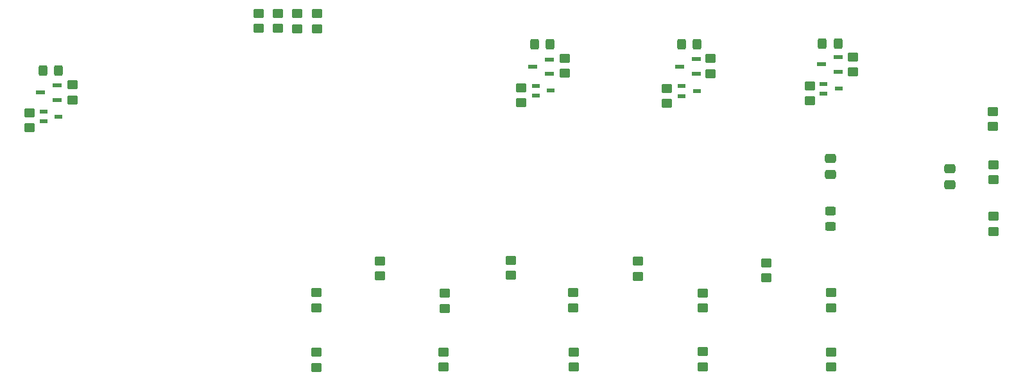
<source format=gtp>
%TF.GenerationSoftware,KiCad,Pcbnew,7.0.8*%
%TF.CreationDate,2024-05-27T16:30:15-04:00*%
%TF.ProjectId,TelescopeController,54656c65-7363-46f7-9065-436f6e74726f,rev?*%
%TF.SameCoordinates,Original*%
%TF.FileFunction,Paste,Top*%
%TF.FilePolarity,Positive*%
%FSLAX46Y46*%
G04 Gerber Fmt 4.6, Leading zero omitted, Abs format (unit mm)*
G04 Created by KiCad (PCBNEW 7.0.8) date 2024-05-27 16:30:15*
%MOMM*%
%LPD*%
G01*
G04 APERTURE LIST*
G04 Aperture macros list*
%AMRoundRect*
0 Rectangle with rounded corners*
0 $1 Rounding radius*
0 $2 $3 $4 $5 $6 $7 $8 $9 X,Y pos of 4 corners*
0 Add a 4 corners polygon primitive as box body*
4,1,4,$2,$3,$4,$5,$6,$7,$8,$9,$2,$3,0*
0 Add four circle primitives for the rounded corners*
1,1,$1+$1,$2,$3*
1,1,$1+$1,$4,$5*
1,1,$1+$1,$6,$7*
1,1,$1+$1,$8,$9*
0 Add four rect primitives between the rounded corners*
20,1,$1+$1,$2,$3,$4,$5,0*
20,1,$1+$1,$4,$5,$6,$7,0*
20,1,$1+$1,$6,$7,$8,$9,0*
20,1,$1+$1,$8,$9,$2,$3,0*%
G04 Aperture macros list end*
%ADD10R,1.150000X0.600000*%
%ADD11RoundRect,0.250000X-0.325000X-0.450000X0.325000X-0.450000X0.325000X0.450000X-0.325000X0.450000X0*%
%ADD12RoundRect,0.250000X0.450000X-0.350000X0.450000X0.350000X-0.450000X0.350000X-0.450000X-0.350000X0*%
%ADD13RoundRect,0.250000X-0.450000X0.350000X-0.450000X-0.350000X0.450000X-0.350000X0.450000X0.350000X0*%
%ADD14R,1.000000X0.500000*%
%ADD15RoundRect,0.250000X0.475000X-0.337500X0.475000X0.337500X-0.475000X0.337500X-0.475000X-0.337500X0*%
%ADD16RoundRect,0.250000X-0.475000X0.337500X-0.475000X-0.337500X0.475000X-0.337500X0.475000X0.337500X0*%
%ADD17RoundRect,0.250000X-0.450000X0.325000X-0.450000X-0.325000X0.450000X-0.325000X0.450000X0.325000X0*%
G04 APERTURE END LIST*
D10*
%TO.C,Q12*%
X49550000Y-118460000D03*
X49550000Y-116540000D03*
X47350000Y-117500000D03*
%TD*%
%TO.C,Q2*%
X114450000Y-115060000D03*
X114450000Y-113140000D03*
X112250000Y-114100000D03*
%TD*%
%TO.C,Q11*%
X152550000Y-114735000D03*
X152550000Y-112815000D03*
X150350000Y-113775000D03*
%TD*%
%TO.C,Q10*%
X133825000Y-115010000D03*
X133825000Y-113090000D03*
X131625000Y-114050000D03*
%TD*%
D11*
%TO.C,F5*%
X47675000Y-114575000D03*
X49725000Y-114575000D03*
%TD*%
D12*
%TO.C,R23*%
X92100000Y-141700000D03*
X92100000Y-139700000D03*
%TD*%
D13*
%TO.C,R13*%
X117675000Y-151725000D03*
X117675000Y-153725000D03*
%TD*%
%TO.C,R22*%
X143050000Y-139975000D03*
X143050000Y-141975000D03*
%TD*%
D11*
%TO.C,F2*%
X112525000Y-111150000D03*
X114575000Y-111150000D03*
%TD*%
D12*
%TO.C,R18*%
X173075000Y-129025000D03*
X173075000Y-127025000D03*
%TD*%
D11*
%TO.C,F3*%
X131900000Y-111100000D03*
X133950000Y-111100000D03*
%TD*%
D13*
%TO.C,R6*%
X154475000Y-112800000D03*
X154475000Y-114800000D03*
%TD*%
D14*
%TO.C,Q7*%
X47725000Y-120000000D03*
X47725000Y-121300000D03*
X49725000Y-120650000D03*
%TD*%
%TO.C,Q3*%
X131925000Y-116650000D03*
X131925000Y-117950000D03*
X133925000Y-117300000D03*
%TD*%
D11*
%TO.C,F4*%
X150475000Y-111000000D03*
X152525000Y-111000000D03*
%TD*%
D13*
%TO.C,R20*%
X109375000Y-139625000D03*
X109375000Y-141625000D03*
%TD*%
D12*
%TO.C,R16*%
X83725000Y-145925000D03*
X83725000Y-143925000D03*
%TD*%
D13*
%TO.C,R29*%
X81175000Y-107100000D03*
X81175000Y-109100000D03*
%TD*%
%TO.C,R17*%
X173025000Y-133850000D03*
X173025000Y-135850000D03*
%TD*%
%TO.C,R1*%
X110750000Y-116850000D03*
X110750000Y-118850000D03*
%TD*%
%TO.C,R8*%
X51575000Y-116500000D03*
X51575000Y-118500000D03*
%TD*%
D15*
%TO.C,C2*%
X151525000Y-128300000D03*
X151525000Y-126225000D03*
%TD*%
D13*
%TO.C,R27*%
X76125000Y-107025000D03*
X76125000Y-109025000D03*
%TD*%
%TO.C,R5*%
X148825000Y-116600000D03*
X148825000Y-118600000D03*
%TD*%
%TO.C,R4*%
X135750000Y-113025000D03*
X135750000Y-115025000D03*
%TD*%
D12*
%TO.C,R10*%
X134700000Y-145950000D03*
X134700000Y-143950000D03*
%TD*%
D13*
%TO.C,R15*%
X83750000Y-151775000D03*
X83750000Y-153775000D03*
%TD*%
D16*
%TO.C,C1*%
X167250000Y-127587500D03*
X167250000Y-129662500D03*
%TD*%
D14*
%TO.C,Q1*%
X112650000Y-116600000D03*
X112650000Y-117900000D03*
X114650000Y-117250000D03*
%TD*%
D13*
%TO.C,R11*%
X151650000Y-151725000D03*
X151650000Y-153725000D03*
%TD*%
%TO.C,R28*%
X83775000Y-107100000D03*
X83775000Y-109100000D03*
%TD*%
%TO.C,R21*%
X126125000Y-139750000D03*
X126125000Y-141750000D03*
%TD*%
D12*
%TO.C,R25*%
X100700000Y-145975000D03*
X100700000Y-143975000D03*
%TD*%
D13*
%TO.C,R2*%
X116450000Y-112950000D03*
X116450000Y-114950000D03*
%TD*%
%TO.C,R9*%
X134700000Y-151700000D03*
X134700000Y-153700000D03*
%TD*%
%TO.C,R3*%
X129925000Y-116950000D03*
X129925000Y-118950000D03*
%TD*%
D12*
%TO.C,R12*%
X151650000Y-145900000D03*
X151650000Y-143900000D03*
%TD*%
%TO.C,R19*%
X172975000Y-122000000D03*
X172975000Y-120000000D03*
%TD*%
D13*
%TO.C,R24*%
X100525000Y-151725000D03*
X100525000Y-153725000D03*
%TD*%
D14*
%TO.C,Q5*%
X150625000Y-116350000D03*
X150625000Y-117650000D03*
X152625000Y-117000000D03*
%TD*%
D17*
%TO.C,F1*%
X151525000Y-133112500D03*
X151525000Y-135162500D03*
%TD*%
D12*
%TO.C,R14*%
X117625000Y-145925000D03*
X117625000Y-143925000D03*
%TD*%
D13*
%TO.C,R7*%
X45900000Y-120150000D03*
X45900000Y-122150000D03*
%TD*%
%TO.C,R26*%
X78650000Y-107050000D03*
X78650000Y-109050000D03*
%TD*%
M02*

</source>
